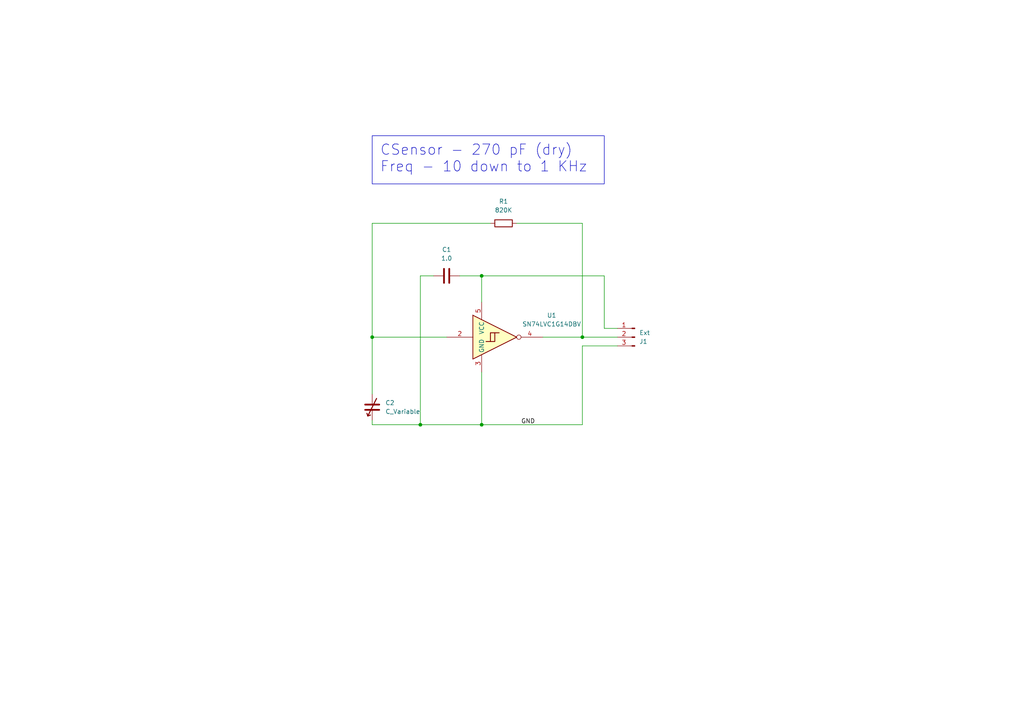
<source format=kicad_sch>
(kicad_sch (version 20231120) (generator "eeschema") (generator_version "8.0")
  (paper "A4")
  (title_block (title "Humidity Sensor"))
  (lib_symbols
    (symbol "74xGxx:SN74LVC1G14DBV"
      (property "Reference" "U" (at 0 3.81 0))
      (property "Value" "SN74LVC1G14DBV" (at 0 -3.81 0))
      (symbol "SN74LVC1G14DBV_0_1"
        (polyline (pts (xy -7.62 6.35) (xy -7.62 -6.35) (xy 5.08 0) (xy -7.62 6.35)) (stroke (width 0.254)) (fill (type background)))
      )
      (symbol "SN74LVC1G14DBV_1_1"
        (polyline (pts (xy -3.81 -1.27) (xy -1.27 -1.27) (xy -1.27 1.27)) (stroke (width 0.254)))
        (polyline (pts (xy -2.54 -1.27) (xy -2.54 1.27) (xy 0 1.27)) (stroke (width 0.254)))
        (pin no_connect line (at -7.62 5.08 180) (length 5.08) hide (name "NC") (number "1"))
        (pin input line (at -15.24 0 0) (length 7.62) (name "~") (number "2"))
        (pin power_in line (at -5.08 -10.16 90) (length 5.08) (name "GND") (number "3"))
        (pin output inverted (at 12.7 0 180) (length 7.62) (name "~") (number "4"))
        (pin power_in line (at -5.08 10.16 270) (length 5.08) (name "VCC") (number "5"))
      )
    )
    (symbol "Connector:Conn_01x03_Pin" (pin_names (offset 1.016) hide)
      (property "Reference" "J" (at 0 5.08 0))
      (property "Value" "Conn_01x03_Pin" (at 0 -5.08 0))
      (symbol "Conn_01x03_Pin_1_1"
        (polyline (pts (xy 1.27 -2.54) (xy 0.8636 -2.54)) (stroke (width 0.1524)))
        (polyline (pts (xy 1.27 0) (xy 0.8636 0)) (stroke (width 0.1524)))
        (polyline (pts (xy 1.27 2.54) (xy 0.8636 2.54)) (stroke (width 0.1524)))
        (rectangle (start 0.8636 -2.413) (end 0 -2.667) (stroke (width 0.1524)) (fill (type outline)))
        (rectangle (start 0.8636 0.127) (end 0 -0.127) (stroke (width 0.1524)) (fill (type outline)))
        (rectangle (start 0.8636 2.667) (end 0 2.413) (stroke (width 0.1524)) (fill (type outline)))
        (pin passive line (at 5.08 2.54 180) (length 3.81) (name "Pin_1") (number "1"))
        (pin passive line (at 5.08 0 180) (length 3.81) (name "Pin_2") (number "2"))
        (pin passive line (at 5.08 -2.54 180) (length 3.81) (name "Pin_3") (number "3"))
      )
    )
    (symbol "Device:C" (pin_numbers hide) (pin_names (offset 0.254))
      (property "Reference" "C" (at 0.635 2.54 0))
      (property "Value" "C" (at 0.635 -2.54 0))
      (symbol "C_0_1"
        (polyline (pts (xy -2.032 -0.762) (xy 2.032 -0.762)) (stroke (width 0.508)))
        (polyline (pts (xy -2.032 0.762) (xy 2.032 0.762)) (stroke (width 0.508)))
      )
      (symbol "C_1_1"
        (pin passive line (at 0 3.81 270) (length 2.794) (name "~") (number "1"))
        (pin passive line (at 0 -3.81 90) (length 2.794) (name "~") (number "2"))
      )
    )
    (symbol "Device:C_Variable" (pin_numbers hide) (pin_names (offset 0.254) hide)
      (property "Reference" "C" (at 0.635 -1.905 0))
      (property "Value" "C_Variable" (at 0.635 -3.81 0))
      (symbol "C_Variable_0_1"
        (polyline (pts (xy -2.032 -0.762) (xy 2.032 -0.762)) (stroke (width 0.508)))
        (polyline (pts (xy -2.032 0.762) (xy 2.032 0.762)) (stroke (width 0.508)))
        (polyline (pts (xy 1.27 2.54) (xy -1.27 -2.54)) (stroke (width 0.3048)))
        (polyline (pts (xy 1.27 2.54) (xy 0.508 2.286)) (stroke (width 0.3048)))
        (polyline (pts (xy 1.27 2.54) (xy 1.524 1.778)) (stroke (width 0.3048)))
      )
      (symbol "C_Variable_1_1"
        (pin passive line (at 0 3.81 270) (length 3.048) (name "~") (number "1"))
        (pin passive line (at 0 -3.81 90) (length 3.048) (name "~") (number "2"))
      )
    )
    (symbol "Device:R" (pin_numbers hide) (pin_names (offset 0))
      (property "Reference" "R" (at 2.032 0 90))
      (property "Value" "R" (at 0 0 90))
      (symbol "R_0_1"
        (rectangle (start -1.016 -2.54) (end 1.016 2.54) (stroke (width 0.254)))
      )
      (symbol "R_1_1"
        (pin passive line (at 0 3.81 270) (length 1.27) (name "~") (number "1"))
        (pin passive line (at 0 -3.81 90) (length 1.27) (name "~") (number "2"))
      )
    )
  )
  (junction (at 107.95 97.79))
  (junction (at 139.7 80.01))
  (junction (at 139.7 123.19))
  (junction (at 121.92 123.19))
  (junction (at 168.91 97.79))
  (wire (pts (xy 125.73 80.01) (xy 121.92 80.01)))
  (wire (pts (xy 107.95 64.77) (xy 107.95 97.79)))
  (wire (pts (xy 157.48 97.79) (xy 168.91 97.79)))
  (wire (pts (xy 121.92 123.19) (xy 139.7 123.19)))
  (wire (pts (xy 168.91 123.19) (xy 139.7 123.19)))
  (wire (pts (xy 168.91 100.33) (xy 168.91 123.19)))
  (wire (pts (xy 107.95 97.79) (xy 107.95 114.3)))
  (wire (pts (xy 107.95 123.19) (xy 121.92 123.19)))
  (wire (pts (xy 168.91 64.77) (xy 168.91 97.79)))
  (wire (pts (xy 168.91 97.79) (xy 179.07 97.79)))
  (wire (pts (xy 175.26 80.01) (xy 175.26 95.25)))
  (wire (pts (xy 142.24 64.77) (xy 107.95 64.77)))
  (wire (pts (xy 139.7 80.01) (xy 175.26 80.01)))
  (wire (pts (xy 107.95 97.79) (xy 129.54 97.79)))
  (wire (pts (xy 121.92 80.01) (xy 121.92 123.19)))
  (wire (pts (xy 139.7 107.95) (xy 139.7 123.19)))
  (wire (pts (xy 149.86 64.77) (xy 168.91 64.77)))
  (wire (pts (xy 175.26 95.25) (xy 179.07 95.25)))
  (wire (pts (xy 139.7 87.63) (xy 139.7 80.01)))
  (wire (pts (xy 168.91 100.33) (xy 179.07 100.33)))
  (wire (pts (xy 133.35 80.01) (xy 139.7 80.01)))
  (wire (pts (xy 107.95 121.92) (xy 107.95 123.19)))
  (text_box "CSensor - 270 pF (dry)\nFreq - 10 down to 1 KHz" (at 107.95 39.37 0) (size 67.31 13.97) (effects (font (size 3 3)) (justify left top)))
  (label "GND" (at 151.13 123.19 0))
  (symbol (lib_id "Connector:Conn_01x03_Pin") (at 184.15 97.79 0) (mirror y) (unit 1)
    (property "Reference" "J1" (at 185.42 99.0601 0) (effects (justify right)))
    (property "Value" "Ext" (at 185.42 96.5201 0) (effects (justify right)))
    (property "Footprint" "local:con3smd" (effects (hide yes)))
    (property "Description" "Generic connector, single row, 01x03, script generated" (effects (hide yes)))
  )
  (symbol (lib_id "74xGxx:SN74LVC1G14DBV") (at 144.78 97.79 0) (unit 1)
    (property "Reference" "U1" (at 160.02 91.4714 0))
    (property "Value" "SN74LVC1G14DBV" (at 160.02 94.0114 0))
    (property "Footprint" "Package_TO_SOT_SMD:SOT-23-5" (effects (hide yes)))
    (property "Datasheet" "https://www.ti.com/lit/ds/symlink/sn74lvc1g14.pdf" (effects (hide yes)))
    (property "Description" "Single Schmitt NOT Gate, Low-Voltage CMOS, SOT-23" (effects (hide yes)))
  )
  (symbol (lib_id "Device:C_Variable") (at 107.95 118.11 180) (unit 1)
    (property "Reference" "C2" (at 111.76 116.8399 0) (effects (justify right)))
    (property "Value" "C_Variable" (at 111.76 119.3799 0) (effects (justify right)))
    (property "Footprint" "local:hs" (effects (hide yes)))
    (property "Description" "Variable capacitor" (effects (hide yes)))
  )
  (symbol (lib_id "Device:R") (at 146.05 64.77 90) (unit 1)
    (property "Reference" "R1" (at 146.05 58.42 90))
    (property "Value" "820K" (at 146.05 60.96 90))
    (property "Footprint" "Resistor_SMD:R_0603_1608Metric_Pad0.98x0.95mm_HandSolder" (effects (hide yes)))
    (property "Description" "Resistor" (effects (hide yes)))
  )
  (symbol (lib_id "Device:C") (at 129.54 80.01 90) (unit 1)
    (property "Reference" "C1" (at 129.54 72.39 90))
    (property "Value" "1.0" (at 129.54 74.93 90))
    (property "Footprint" "Capacitor_SMD:C_0603_1608Metric_Pad1.08x0.95mm_HandSolder" (effects (hide yes)))
    (property "Description" "Unpolarized capacitor" (effects (hide yes)))
  )
)
</source>
